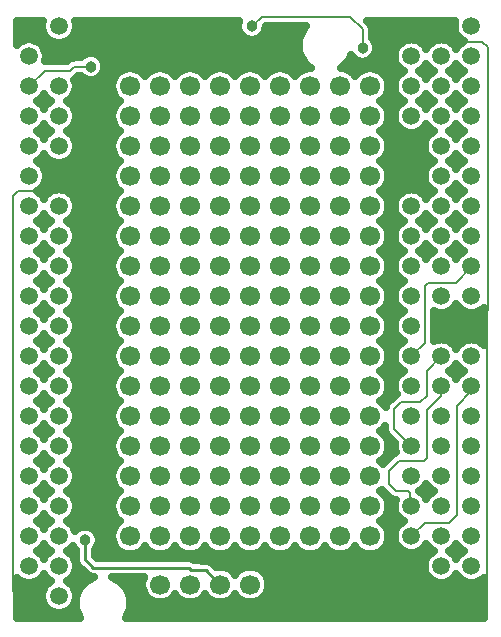
<source format=gbr>
G04 DipTrace 3.0.0.1*
G04 Bottom.gbr*
%MOIN*%
G04 #@! TF.FileFunction,Copper,L2,Bot*
G04 #@! TF.Part,Single*
G04 #@! TA.AperFunction,Conductor*
%ADD14C,0.008*%
G04 #@! TA.AperFunction,CopperBalancing*
%ADD16C,0.025*%
G04 #@! TA.AperFunction,Conductor*
%ADD17C,0.01*%
G04 #@! TA.AperFunction,ComponentPad*
%ADD18C,0.066929*%
%ADD19C,0.059055*%
%ADD20R,0.059055X0.059055*%
%ADD21C,0.059055*%
G04 #@! TA.AperFunction,ViaPad*
%ADD22C,0.038*%
%FSLAX26Y26*%
G04*
G70*
G90*
G75*
G01*
G04 Bottom*
%LPD*%
X1610630Y544095D2*
D14*
X1510630D1*
X1410630D1*
X1310630D1*
X1948032Y505118D2*
Y505906D1*
X1998425Y556299D1*
Y1354725D1*
X1948032Y1405118D1*
X1848032Y2405118D2*
Y2404331D1*
X1899213Y2353150D1*
X1985040D1*
X2001969Y2336221D1*
Y1459055D1*
X1948032Y1405118D1*
X1848032D2*
X1948032D1*
X1848032Y505118D2*
X1948032D1*
X473229D2*
X437008D1*
X420473Y521654D1*
Y1838977D1*
X435827Y1854331D1*
X522441D1*
X573229Y1905118D1*
X660236Y691732D2*
D17*
Y627559D1*
X687402Y600394D1*
X1006299D1*
X1014173Y592520D1*
X1062205D1*
X1110630Y544095D1*
X1585433Y2332677D2*
D14*
Y2394488D1*
X1542914Y2437008D1*
X1249213D1*
X1216536Y2404331D1*
X679134Y2270473D2*
X624803D1*
X611418Y2257087D1*
X525197D1*
X473229Y2205118D1*
X1948032Y1605118D2*
Y1603150D1*
X1895670Y1550788D1*
X1803544D1*
X1791732Y1538977D1*
Y1348819D1*
X1748032Y1305118D1*
X1848032D2*
X1847244D1*
X1798425Y1256299D1*
Y1172441D1*
X1777559Y1151575D1*
X1714961D1*
X1691339Y1127953D1*
Y1061811D1*
X1748032Y1005118D1*
X1848032Y1205118D2*
Y1173622D1*
X1800000Y1125591D1*
Y965748D1*
X1789370Y955118D1*
X1705512D1*
X1674016Y923622D1*
Y878347D1*
X1695276Y857087D1*
X1737008D1*
X1744488Y849607D1*
Y808662D1*
X1748032Y805118D1*
X1948032Y1205118D2*
Y1188189D1*
X1898819Y1138977D1*
Y775591D1*
X1873229Y750000D1*
X1792914D1*
X1748032Y705118D1*
D22*
X660236Y691732D3*
X1585433Y2332677D3*
X1216536Y2404331D3*
X679134Y2270473D3*
X434725Y2397261D2*
D16*
X515272D1*
X631210D2*
X1169081D1*
X1263973D2*
X1387636D1*
X1618319D2*
X1890077D1*
X434725Y2372393D2*
X525233D1*
X621200D2*
X1181630D1*
X1251425D2*
X1374257D1*
X1618417D2*
X1900038D1*
X512362Y2347524D2*
X1369276D1*
X1630966D2*
X1708925D1*
X1787167D2*
X1808925D1*
X1887167D2*
X1908925D1*
X528964Y2322655D2*
X1371229D1*
X1632333D2*
X1692323D1*
X531259Y2297786D2*
X608729D1*
X718026D2*
X1380604D1*
X1545370D2*
X1553721D1*
X1617147D2*
X1689979D1*
X727059Y2272918D2*
X1400819D1*
X1525155D2*
X1699696D1*
X721249Y2248049D2*
X766249D1*
X854989D2*
X866293D1*
X954989D2*
X966293D1*
X1054989D2*
X1066293D1*
X1154989D2*
X1166293D1*
X1254989D2*
X1266293D1*
X1354989D2*
X1366293D1*
X1554989D2*
X1566293D1*
X1654989D2*
X1709511D1*
X1786532D2*
X1809511D1*
X1886532D2*
X1909511D1*
X628768Y2223180D2*
X750966D1*
X1670321D2*
X1692518D1*
X631356Y2198311D2*
X748573D1*
X1672714D2*
X1689953D1*
X621932Y2173442D2*
X757216D1*
X1664022D2*
X1699305D1*
X511093Y2148574D2*
X535341D1*
X611093D2*
X766786D1*
X1654452D2*
X1710145D1*
X1785897D2*
X1810145D1*
X1885897D2*
X1910145D1*
X628573Y2123705D2*
X751112D1*
X1670126D2*
X1692665D1*
X631405Y2098836D2*
X748475D1*
X1672762D2*
X1689862D1*
X622274Y2073967D2*
X756874D1*
X1664364D2*
X1698964D1*
X510458Y2049099D2*
X536024D1*
X610458D2*
X767372D1*
X1653915D2*
X1810829D1*
X1885262D2*
X1910829D1*
X628378Y2024230D2*
X751307D1*
X1669979D2*
X1792860D1*
X631454Y1999361D2*
X748427D1*
X1672811D2*
X1789784D1*
X622665Y1974492D2*
X756581D1*
X1664706D2*
X1798622D1*
X509774Y1949624D2*
X563026D1*
X583431D2*
X767958D1*
X1653329D2*
X1811512D1*
X1884579D2*
X1911512D1*
X528182Y1924755D2*
X751454D1*
X1669784D2*
X1793055D1*
X531503Y1899886D2*
X748378D1*
X1672860D2*
X1789735D1*
X523007Y1875017D2*
X756288D1*
X1664999D2*
X1798280D1*
X509042Y1850149D2*
X537391D1*
X609042D2*
X768544D1*
X1652743D2*
X1712196D1*
X1783846D2*
X1812196D1*
X1883846D2*
X1912196D1*
X627987Y1825280D2*
X751649D1*
X1669589D2*
X1693251D1*
X631552Y1800411D2*
X748329D1*
X1672909D2*
X1689686D1*
X623300Y1775542D2*
X755946D1*
X1665292D2*
X1697938D1*
X508358Y1750673D2*
X538124D1*
X608358D2*
X769130D1*
X1652108D2*
X1712929D1*
X1783163D2*
X1812929D1*
X1883163D2*
X1912929D1*
X627792Y1725805D2*
X751845D1*
X1669393D2*
X1693446D1*
X631600Y1700936D2*
X748329D1*
X1672958D2*
X1689691D1*
X623641Y1676067D2*
X755653D1*
X1665585D2*
X1697645D1*
X507577Y1651198D2*
X538856D1*
X607577D2*
X769764D1*
X1651522D2*
X1713661D1*
X1782382D2*
X1813661D1*
X1882382D2*
X1913661D1*
X627596Y1626330D2*
X752040D1*
X1669198D2*
X1693690D1*
X631649Y1601461D2*
X748280D1*
X1673007D2*
X1689602D1*
X623934Y1576592D2*
X755409D1*
X1665878D2*
X1697304D1*
X506845Y1551723D2*
X539637D1*
X606845D2*
X770399D1*
X1650839D2*
X1714442D1*
X627352Y1526855D2*
X752235D1*
X1669003D2*
X1693886D1*
X631649Y1501986D2*
X748231D1*
X1673007D2*
X1689602D1*
X624276Y1477117D2*
X755116D1*
X1666171D2*
X1697011D1*
X506014Y1452248D2*
X540419D1*
X606014D2*
X771034D1*
X1650204D2*
X1715223D1*
X1869052D2*
X1926991D1*
X1969052D2*
X1986561D1*
X627157Y1427380D2*
X752430D1*
X1668807D2*
X1694130D1*
X1824716D2*
X1986561D1*
X631698Y1402511D2*
X748231D1*
X1673055D2*
X1689607D1*
X1824716D2*
X1986561D1*
X624569Y1377642D2*
X754823D1*
X1666415D2*
X1696718D1*
X1824716D2*
X1986561D1*
X505184Y1352773D2*
X541249D1*
X605184D2*
X771718D1*
X1649520D2*
X1716054D1*
X1879989D2*
X1916054D1*
X626913Y1327904D2*
X752675D1*
X1668612D2*
X1694325D1*
X631698Y1303036D2*
X748182D1*
X1673055D2*
X1689513D1*
X624862Y1278167D2*
X754579D1*
X1666708D2*
X1696425D1*
X504305Y1253298D2*
X542128D1*
X604305D2*
X772450D1*
X1648837D2*
X1716932D1*
X1879110D2*
X1916932D1*
X626669Y1228429D2*
X752870D1*
X1668368D2*
X1694569D1*
X631747Y1203561D2*
X748182D1*
X1673055D2*
X1689513D1*
X625155Y1178692D2*
X754286D1*
X1666952D2*
X1696132D1*
X503427Y1153823D2*
X543055D1*
X603427D2*
X773134D1*
X1648104D2*
X1671571D1*
X626425Y1128954D2*
X753114D1*
X631747Y1104086D2*
X748182D1*
X625399Y1079217D2*
X754042D1*
X502499Y1054348D2*
X543983D1*
X602499D2*
X773915D1*
X1647372D2*
X1659296D1*
X626180Y1029479D2*
X753358D1*
X1667929D2*
X1678030D1*
X631747Y1004610D2*
X748182D1*
X1673104D2*
X1689518D1*
X625692Y979742D2*
X753798D1*
X1667440D2*
X1684999D1*
X501473Y954873D2*
X544960D1*
X601473D2*
X774647D1*
X1646591D2*
X1659657D1*
X625936Y930004D2*
X753554D1*
X631747Y905135D2*
X748182D1*
X625936Y880267D2*
X753554D1*
X501571Y855398D2*
X544911D1*
X601571D2*
X774598D1*
X1776913D2*
X1819716D1*
X625643Y830529D2*
X753798D1*
X1667440D2*
X1677779D1*
X631747Y805660D2*
X748182D1*
X1673104D2*
X1689518D1*
X626180Y780792D2*
X753309D1*
X1667929D2*
X1695057D1*
X502548Y755923D2*
X543934D1*
X602548D2*
X773866D1*
X1647421D2*
X1718739D1*
X625399Y731054D2*
X634834D1*
X685653D2*
X754042D1*
X1667196D2*
X1695887D1*
X705868Y706185D2*
X748182D1*
X1673104D2*
X1689518D1*
X707040Y681317D2*
X753114D1*
X1668173D2*
X1694813D1*
X503475Y656448D2*
X542958D1*
X603475D2*
X626259D1*
X694247D2*
X773085D1*
X848153D2*
X873085D1*
X948153D2*
X973085D1*
X1048153D2*
X1073085D1*
X1148153D2*
X1173085D1*
X1248153D2*
X1273085D1*
X1348153D2*
X1373085D1*
X1448153D2*
X1473085D1*
X1548153D2*
X1573085D1*
X1648153D2*
X1717762D1*
X1778280D2*
X1817762D1*
X1878280D2*
X1917762D1*
X1013241Y631579D2*
X1796132D1*
X1095077Y606710D2*
X1789540D1*
X626669Y581841D2*
X658925D1*
X1259725D2*
X1794569D1*
X504403Y556973D2*
X542079D1*
X604403D2*
X664393D1*
X775790D2*
X849550D1*
X1271688D2*
X1816884D1*
X1879208D2*
X1916884D1*
X434725Y532104D2*
X521620D1*
X624813D2*
X640758D1*
X799423D2*
X849354D1*
X1271884D2*
X1986561D1*
X434725Y507235D2*
X514735D1*
X810604D2*
X860829D1*
X1260409D2*
X1986561D1*
X434725Y482366D2*
X519520D1*
X813973D2*
X1986561D1*
X434725Y457498D2*
X541200D1*
X605233D2*
X629725D1*
X810409D2*
X1986561D1*
X434725Y432629D2*
X641151D1*
X799032D2*
X1986561D1*
X1547535Y2307502D2*
X1544405Y2300644D1*
X1536913Y2288419D1*
X1527602Y2277517D1*
X1516699Y2268205D1*
X1512015Y2265076D1*
X1520011Y2264345D1*
X1529160Y2262148D1*
X1537853Y2258547D1*
X1545876Y2253631D1*
X1553031Y2247520D1*
X1559142Y2240365D1*
X1560604Y2238178D1*
X1565033Y2244062D1*
X1571686Y2250716D1*
X1579299Y2256247D1*
X1587683Y2260518D1*
X1596632Y2263426D1*
X1605925Y2264898D1*
X1615335D1*
X1624629Y2263426D1*
X1633578Y2260518D1*
X1641962Y2256247D1*
X1649574Y2250716D1*
X1656228Y2244062D1*
X1661758Y2236450D1*
X1666030Y2228066D1*
X1668938Y2219117D1*
X1670410Y2209823D1*
Y2200414D1*
X1668938Y2191120D1*
X1666030Y2182171D1*
X1661758Y2173787D1*
X1656228Y2166174D1*
X1649574Y2159521D1*
X1643690Y2155145D1*
X1649574Y2150716D1*
X1656228Y2144062D1*
X1661758Y2136450D1*
X1666030Y2128066D1*
X1668938Y2119117D1*
X1670410Y2109823D1*
Y2100414D1*
X1668938Y2091120D1*
X1666030Y2082171D1*
X1661758Y2073787D1*
X1656228Y2066174D1*
X1649574Y2059521D1*
X1643690Y2055145D1*
X1649574Y2050716D1*
X1656228Y2044062D1*
X1661758Y2036450D1*
X1666030Y2028066D1*
X1668938Y2019117D1*
X1670410Y2009823D1*
Y2000414D1*
X1668938Y1991120D1*
X1666030Y1982171D1*
X1661758Y1973787D1*
X1656228Y1966174D1*
X1649574Y1959521D1*
X1643690Y1955145D1*
X1649574Y1950716D1*
X1656228Y1944062D1*
X1661758Y1936450D1*
X1666030Y1928066D1*
X1668938Y1919117D1*
X1670410Y1909823D1*
Y1900414D1*
X1668938Y1891120D1*
X1666030Y1882171D1*
X1661758Y1873787D1*
X1656228Y1866174D1*
X1649574Y1859521D1*
X1643690Y1855145D1*
X1649574Y1850716D1*
X1656228Y1844062D1*
X1661758Y1836450D1*
X1666030Y1828066D1*
X1668938Y1819117D1*
X1670410Y1809823D1*
Y1800414D1*
X1668938Y1791120D1*
X1666030Y1782171D1*
X1661758Y1773787D1*
X1656228Y1766174D1*
X1649574Y1759521D1*
X1643690Y1755145D1*
X1649574Y1750716D1*
X1656228Y1744062D1*
X1661758Y1736450D1*
X1666030Y1728066D1*
X1668938Y1719117D1*
X1670410Y1709823D1*
Y1700414D1*
X1668938Y1691120D1*
X1666030Y1682171D1*
X1661758Y1673787D1*
X1656228Y1666174D1*
X1649574Y1659521D1*
X1643690Y1655145D1*
X1649574Y1650716D1*
X1656228Y1644062D1*
X1661758Y1636450D1*
X1666030Y1628066D1*
X1668938Y1619117D1*
X1670410Y1609823D1*
Y1600414D1*
X1668938Y1591120D1*
X1666030Y1582171D1*
X1661758Y1573787D1*
X1656228Y1566174D1*
X1649574Y1559521D1*
X1643690Y1555145D1*
X1649574Y1550716D1*
X1656228Y1544062D1*
X1661758Y1536450D1*
X1666030Y1528066D1*
X1668938Y1519117D1*
X1670410Y1509823D1*
Y1500414D1*
X1668938Y1491120D1*
X1666030Y1482171D1*
X1661758Y1473787D1*
X1656228Y1466174D1*
X1649574Y1459521D1*
X1643690Y1455145D1*
X1649574Y1450716D1*
X1656228Y1444062D1*
X1661758Y1436450D1*
X1666030Y1428066D1*
X1668938Y1419117D1*
X1670410Y1409823D1*
Y1400414D1*
X1668938Y1391120D1*
X1666030Y1382171D1*
X1661758Y1373787D1*
X1656228Y1366174D1*
X1649574Y1359521D1*
X1643690Y1355145D1*
X1649574Y1350716D1*
X1656228Y1344062D1*
X1661758Y1336450D1*
X1666030Y1328066D1*
X1668938Y1319117D1*
X1670410Y1309823D1*
Y1300414D1*
X1668938Y1291120D1*
X1666030Y1282171D1*
X1661758Y1273787D1*
X1656228Y1266174D1*
X1649574Y1259521D1*
X1643690Y1255145D1*
X1649574Y1250716D1*
X1656228Y1244062D1*
X1661758Y1236450D1*
X1666030Y1228066D1*
X1668938Y1219117D1*
X1670410Y1209823D1*
Y1200414D1*
X1668938Y1191120D1*
X1666030Y1182171D1*
X1661758Y1173787D1*
X1656228Y1166174D1*
X1649574Y1159521D1*
X1643690Y1155145D1*
X1649574Y1150716D1*
X1656228Y1144062D1*
X1661947Y1136113D1*
X1664163Y1141800D1*
X1668146Y1147761D1*
X1695153Y1174767D1*
X1699033Y1177585D1*
X1694746Y1187805D1*
X1692694Y1196354D1*
X1692004Y1205118D1*
X1692694Y1213883D1*
X1694746Y1222432D1*
X1698111Y1230554D1*
X1702704Y1238050D1*
X1708414Y1244736D1*
X1715100Y1250446D1*
X1722767Y1255118D1*
X1715100Y1259791D1*
X1708414Y1265501D1*
X1702704Y1272186D1*
X1698111Y1279682D1*
X1694746Y1287805D1*
X1692694Y1296354D1*
X1692004Y1305118D1*
X1692694Y1313883D1*
X1694746Y1322432D1*
X1698111Y1330554D1*
X1702704Y1338050D1*
X1708414Y1344736D1*
X1715100Y1350446D1*
X1722767Y1355118D1*
X1715100Y1359791D1*
X1708414Y1365501D1*
X1702704Y1372186D1*
X1698111Y1379682D1*
X1694746Y1387805D1*
X1692694Y1396354D1*
X1692004Y1405118D1*
X1692694Y1413883D1*
X1694746Y1422432D1*
X1698111Y1430554D1*
X1702704Y1438050D1*
X1708414Y1444736D1*
X1715100Y1450446D1*
X1722767Y1455118D1*
X1715100Y1459791D1*
X1708414Y1465501D1*
X1702704Y1472186D1*
X1698111Y1479682D1*
X1694746Y1487805D1*
X1692694Y1496354D1*
X1692004Y1505118D1*
X1692694Y1513883D1*
X1694746Y1522432D1*
X1698111Y1530554D1*
X1702704Y1538050D1*
X1708414Y1544736D1*
X1715100Y1550446D1*
X1722767Y1555118D1*
X1715100Y1559791D1*
X1708414Y1565501D1*
X1702704Y1572186D1*
X1698111Y1579682D1*
X1694746Y1587805D1*
X1692694Y1596354D1*
X1692004Y1605118D1*
X1692694Y1613883D1*
X1694746Y1622432D1*
X1698111Y1630554D1*
X1702704Y1638050D1*
X1708414Y1644736D1*
X1715100Y1650446D1*
X1722767Y1655118D1*
X1715100Y1659791D1*
X1708414Y1665501D1*
X1702704Y1672186D1*
X1698111Y1679682D1*
X1694746Y1687805D1*
X1692694Y1696354D1*
X1692004Y1705118D1*
X1692694Y1713883D1*
X1694746Y1722432D1*
X1698111Y1730554D1*
X1702704Y1738050D1*
X1708414Y1744736D1*
X1715100Y1750446D1*
X1722767Y1755118D1*
X1715100Y1759791D1*
X1708414Y1765501D1*
X1702704Y1772186D1*
X1698111Y1779682D1*
X1694746Y1787805D1*
X1692694Y1796354D1*
X1692004Y1805118D1*
X1692694Y1813883D1*
X1694746Y1822432D1*
X1698111Y1830554D1*
X1702704Y1838050D1*
X1708414Y1844736D1*
X1715100Y1850446D1*
X1722596Y1855039D1*
X1730718Y1858404D1*
X1739267Y1860456D1*
X1748032Y1861146D1*
X1756796Y1860456D1*
X1765345Y1858404D1*
X1773468Y1855039D1*
X1780964Y1850446D1*
X1787649Y1844736D1*
X1793359Y1838050D1*
X1798032Y1830383D1*
X1802704Y1838050D1*
X1808414Y1844736D1*
X1815100Y1850446D1*
X1822767Y1855118D1*
X1815100Y1859791D1*
X1808414Y1865501D1*
X1802704Y1872186D1*
X1798111Y1879682D1*
X1794746Y1887805D1*
X1792694Y1896354D1*
X1792004Y1905118D1*
X1792694Y1913883D1*
X1794746Y1922432D1*
X1798111Y1930554D1*
X1802704Y1938050D1*
X1808414Y1944736D1*
X1815100Y1950446D1*
X1822767Y1955118D1*
X1815100Y1959791D1*
X1808414Y1965501D1*
X1802704Y1972186D1*
X1798111Y1979682D1*
X1794746Y1987805D1*
X1792694Y1996354D1*
X1792004Y2005118D1*
X1792694Y2013883D1*
X1794746Y2022432D1*
X1798111Y2030554D1*
X1802704Y2038050D1*
X1808414Y2044736D1*
X1815100Y2050446D1*
X1822767Y2055118D1*
X1815100Y2059791D1*
X1808414Y2065501D1*
X1802704Y2072186D1*
X1798032Y2079854D1*
X1793359Y2072186D1*
X1787649Y2065501D1*
X1780964Y2059791D1*
X1773468Y2055197D1*
X1765345Y2051833D1*
X1756796Y2049781D1*
X1748032Y2049091D1*
X1739267Y2049781D1*
X1730718Y2051833D1*
X1722596Y2055197D1*
X1715100Y2059791D1*
X1708414Y2065501D1*
X1702704Y2072186D1*
X1698111Y2079682D1*
X1694746Y2087805D1*
X1692694Y2096354D1*
X1692004Y2105118D1*
X1692694Y2113883D1*
X1694746Y2122432D1*
X1698111Y2130554D1*
X1702704Y2138050D1*
X1708414Y2144736D1*
X1715100Y2150446D1*
X1722767Y2155118D1*
X1715100Y2159791D1*
X1708414Y2165501D1*
X1702704Y2172186D1*
X1698111Y2179682D1*
X1694746Y2187805D1*
X1692694Y2196354D1*
X1692004Y2205118D1*
X1692694Y2213883D1*
X1694746Y2222432D1*
X1698111Y2230554D1*
X1702704Y2238050D1*
X1708414Y2244736D1*
X1715100Y2250446D1*
X1722767Y2255118D1*
X1715100Y2259791D1*
X1708414Y2265501D1*
X1702704Y2272186D1*
X1698111Y2279682D1*
X1694746Y2287805D1*
X1692694Y2296354D1*
X1692004Y2305118D1*
X1692694Y2313883D1*
X1694746Y2322432D1*
X1698111Y2330554D1*
X1702704Y2338050D1*
X1708414Y2344736D1*
X1715100Y2350446D1*
X1722596Y2355039D1*
X1730718Y2358404D1*
X1739267Y2360456D1*
X1748032Y2361146D1*
X1756796Y2360456D1*
X1765345Y2358404D1*
X1773468Y2355039D1*
X1780964Y2350446D1*
X1787649Y2344736D1*
X1793359Y2338050D1*
X1798032Y2330383D1*
X1802704Y2338050D1*
X1808414Y2344736D1*
X1815100Y2350446D1*
X1822596Y2355039D1*
X1830718Y2358404D1*
X1839267Y2360456D1*
X1848032Y2361146D1*
X1856796Y2360456D1*
X1865345Y2358404D1*
X1873468Y2355039D1*
X1880964Y2350446D1*
X1887649Y2344736D1*
X1893359Y2338050D1*
X1898032Y2330383D1*
X1902704Y2338050D1*
X1908414Y2344736D1*
X1915100Y2350446D1*
X1922767Y2355118D1*
X1915100Y2359791D1*
X1908414Y2365501D1*
X1902704Y2372186D1*
X1898111Y2379682D1*
X1894746Y2387805D1*
X1892694Y2396354D1*
X1892004Y2405118D1*
X1892694Y2413883D1*
X1894658Y2422118D1*
X1600925Y2422130D1*
X1610108Y2412416D1*
X1613612Y2406160D1*
X1615558Y2399260D1*
X1615933Y2394488D1*
Y2366412D1*
X1620032Y2362227D1*
X1624228Y2356451D1*
X1627470Y2350089D1*
X1629676Y2343299D1*
X1630793Y2336247D1*
Y2329107D1*
X1629676Y2322056D1*
X1627470Y2315265D1*
X1624228Y2308904D1*
X1620032Y2303127D1*
X1614983Y2298079D1*
X1609207Y2293882D1*
X1602845Y2290641D1*
X1596055Y2288435D1*
X1589003Y2287318D1*
X1581863D1*
X1574812Y2288435D1*
X1568021Y2290641D1*
X1561660Y2293882D1*
X1555883Y2298079D1*
X1550835Y2303127D1*
X1547561Y2307523D1*
X1414109Y2264982D2*
X1403651Y2272647D1*
X1393513Y2282785D1*
X1385085Y2294385D1*
X1378576Y2307160D1*
X1374146Y2320796D1*
X1371903Y2334957D1*
Y2349295D1*
X1374146Y2363456D1*
X1378576Y2377093D1*
X1385085Y2389868D1*
X1393513Y2401467D1*
X1398174Y2406509D1*
X1262005Y2406508D1*
X1261475Y2397213D1*
X1259809Y2390271D1*
X1257076Y2383674D1*
X1253346Y2377587D1*
X1248709Y2372158D1*
X1243280Y2367521D1*
X1237192Y2363790D1*
X1230596Y2361058D1*
X1223653Y2359391D1*
X1216536Y2358831D1*
X1209418Y2359391D1*
X1202475Y2361058D1*
X1195879Y2363790D1*
X1189791Y2367521D1*
X1184362Y2372158D1*
X1179725Y2377587D1*
X1175995Y2383674D1*
X1173263Y2390271D1*
X1171596Y2397213D1*
X1171036Y2404331D1*
X1171596Y2411449D1*
X1173263Y2418391D1*
X1174680Y2422136D1*
X626608Y2422130D1*
X628566Y2413883D1*
X629256Y2405118D1*
X628566Y2396354D1*
X626514Y2387805D1*
X623149Y2379682D1*
X618556Y2372186D1*
X612846Y2365501D1*
X606161Y2359791D1*
X598665Y2355197D1*
X590542Y2351833D1*
X581993Y2349781D1*
X573229Y2349091D1*
X564464Y2349781D1*
X555915Y2351833D1*
X547793Y2355197D1*
X540296Y2359791D1*
X533611Y2365501D1*
X527901Y2372186D1*
X523308Y2379682D1*
X519943Y2387805D1*
X517891Y2396354D1*
X517201Y2405118D1*
X517891Y2413883D1*
X519855Y2422118D1*
X432175Y2422130D1*
X432201Y2343273D1*
X436842Y2347722D1*
X443954Y2352890D1*
X451788Y2356881D1*
X460149Y2359598D1*
X468833Y2360973D1*
X477624D1*
X486308Y2359598D1*
X494669Y2356881D1*
X502503Y2352890D1*
X509616Y2347722D1*
X515832Y2341505D1*
X521000Y2334393D1*
X524991Y2326559D1*
X527708Y2318198D1*
X529083Y2309514D1*
Y2300722D1*
X527708Y2292039D1*
X526437Y2287595D1*
X598781Y2287587D1*
X606876Y2295148D1*
X613131Y2298651D1*
X620032Y2300597D1*
X624803Y2300973D1*
X645360D1*
X649584Y2305071D1*
X655360Y2309268D1*
X661722Y2312509D1*
X668512Y2314715D1*
X675564Y2315832D1*
X682704D1*
X689756Y2314715D1*
X696546Y2312509D1*
X702908Y2309268D1*
X708684Y2305071D1*
X713733Y2300023D1*
X717929Y2294246D1*
X721171Y2287885D1*
X723377Y2281094D1*
X724494Y2274043D1*
Y2266903D1*
X723377Y2259851D1*
X721171Y2253061D1*
X717929Y2246699D1*
X713733Y2240923D1*
X708684Y2235874D1*
X702908Y2231678D1*
X696546Y2228436D1*
X689756Y2226230D1*
X682704Y2225113D1*
X675564D1*
X668512Y2226230D1*
X661722Y2228436D1*
X655360Y2231678D1*
X649584Y2235874D1*
X645417Y2239970D1*
X637484Y2239973D1*
X629345Y2232412D1*
X625256Y2229907D1*
X624991Y2226559D1*
X627708Y2218198D1*
X629083Y2209514D1*
Y2200722D1*
X627708Y2192039D1*
X624991Y2183678D1*
X621000Y2175844D1*
X615832Y2168731D1*
X609616Y2162515D1*
X602503Y2157347D1*
X598665Y2155039D1*
X606161Y2150446D1*
X612846Y2144736D1*
X618556Y2138050D1*
X623149Y2130554D1*
X626514Y2122432D1*
X628566Y2113883D1*
X629256Y2105118D1*
X628566Y2096354D1*
X626514Y2087805D1*
X623149Y2079682D1*
X618556Y2072186D1*
X612846Y2065501D1*
X606161Y2059791D1*
X598493Y2055118D1*
X606161Y2050446D1*
X612846Y2044736D1*
X618556Y2038050D1*
X623149Y2030554D1*
X626514Y2022432D1*
X628566Y2013883D1*
X629256Y2005118D1*
X628566Y1996354D1*
X626514Y1987805D1*
X623149Y1979682D1*
X618556Y1972186D1*
X612846Y1965501D1*
X606161Y1959791D1*
X598665Y1955197D1*
X590542Y1951833D1*
X581993Y1949781D1*
X573229Y1949091D1*
X564464Y1949781D1*
X555915Y1951833D1*
X547793Y1955197D1*
X540296Y1959791D1*
X533611Y1965501D1*
X527901Y1972186D1*
X523228Y1979854D1*
X518556Y1972186D1*
X512846Y1965501D1*
X506161Y1959791D1*
X498493Y1955118D1*
X506161Y1950446D1*
X512846Y1944736D1*
X518556Y1938050D1*
X523149Y1930554D1*
X526514Y1922432D1*
X528566Y1913883D1*
X529256Y1905118D1*
X528566Y1896354D1*
X526514Y1887805D1*
X523149Y1879682D1*
X518556Y1872186D1*
X512846Y1865501D1*
X506161Y1859791D1*
X498493Y1855118D1*
X506161Y1850446D1*
X512846Y1844736D1*
X518556Y1838050D1*
X523229Y1830383D1*
X527901Y1838050D1*
X533611Y1844736D1*
X540296Y1850446D1*
X547793Y1855039D1*
X555915Y1858404D1*
X564464Y1860456D1*
X573229Y1861146D1*
X581993Y1860456D1*
X590542Y1858404D1*
X598665Y1855039D1*
X606161Y1850446D1*
X612846Y1844736D1*
X618556Y1838050D1*
X623149Y1830554D1*
X626514Y1822432D1*
X628566Y1813883D1*
X629256Y1805118D1*
X628566Y1796354D1*
X626514Y1787805D1*
X623149Y1779682D1*
X618556Y1772186D1*
X612846Y1765501D1*
X606161Y1759791D1*
X598493Y1755118D1*
X606161Y1750446D1*
X612846Y1744736D1*
X618556Y1738050D1*
X623149Y1730554D1*
X626514Y1722432D1*
X628566Y1713883D1*
X629256Y1705118D1*
X628566Y1696354D1*
X626514Y1687805D1*
X623149Y1679682D1*
X618556Y1672186D1*
X612846Y1665501D1*
X606161Y1659791D1*
X598493Y1655118D1*
X606161Y1650446D1*
X612846Y1644736D1*
X618556Y1638050D1*
X623149Y1630554D1*
X626514Y1622432D1*
X628566Y1613883D1*
X629256Y1605118D1*
X628566Y1596354D1*
X626514Y1587805D1*
X623149Y1579682D1*
X618556Y1572186D1*
X612846Y1565501D1*
X606161Y1559791D1*
X598493Y1555118D1*
X606161Y1550446D1*
X612846Y1544736D1*
X618556Y1538050D1*
X623149Y1530554D1*
X626514Y1522432D1*
X628566Y1513883D1*
X629256Y1505118D1*
X628566Y1496354D1*
X626514Y1487805D1*
X623149Y1479682D1*
X618556Y1472186D1*
X612846Y1465501D1*
X606161Y1459791D1*
X598493Y1455118D1*
X606161Y1450446D1*
X612846Y1444736D1*
X618556Y1438050D1*
X623149Y1430554D1*
X626514Y1422432D1*
X628566Y1413883D1*
X629256Y1405118D1*
X628566Y1396354D1*
X626514Y1387805D1*
X623149Y1379682D1*
X618556Y1372186D1*
X612846Y1365501D1*
X606161Y1359791D1*
X598493Y1355118D1*
X606161Y1350446D1*
X612846Y1344736D1*
X618556Y1338050D1*
X623149Y1330554D1*
X626514Y1322432D1*
X628566Y1313883D1*
X629256Y1305118D1*
X628566Y1296354D1*
X626514Y1287805D1*
X623149Y1279682D1*
X618556Y1272186D1*
X612846Y1265501D1*
X606161Y1259791D1*
X598493Y1255118D1*
X606161Y1250446D1*
X612846Y1244736D1*
X618556Y1238050D1*
X623149Y1230554D1*
X626514Y1222432D1*
X628566Y1213883D1*
X629256Y1205118D1*
X628566Y1196354D1*
X626514Y1187805D1*
X623149Y1179682D1*
X618556Y1172186D1*
X612846Y1165501D1*
X606161Y1159791D1*
X598493Y1155118D1*
X606161Y1150446D1*
X612846Y1144736D1*
X618556Y1138050D1*
X623149Y1130554D1*
X626514Y1122432D1*
X628566Y1113883D1*
X629256Y1105118D1*
X628566Y1096354D1*
X626514Y1087805D1*
X623149Y1079682D1*
X618556Y1072186D1*
X612846Y1065501D1*
X606161Y1059791D1*
X598493Y1055118D1*
X606161Y1050446D1*
X612846Y1044736D1*
X618556Y1038050D1*
X623149Y1030554D1*
X626514Y1022432D1*
X628566Y1013883D1*
X629256Y1005118D1*
X628566Y996354D1*
X626514Y987805D1*
X623149Y979682D1*
X618556Y972186D1*
X612846Y965501D1*
X606161Y959791D1*
X598493Y955118D1*
X606161Y950446D1*
X612846Y944736D1*
X618556Y938050D1*
X623149Y930554D1*
X626514Y922432D1*
X628566Y913883D1*
X629256Y905118D1*
X628566Y896354D1*
X626514Y887805D1*
X623149Y879682D1*
X618556Y872186D1*
X612846Y865501D1*
X606161Y859791D1*
X598493Y855118D1*
X606161Y850446D1*
X612846Y844736D1*
X618556Y838050D1*
X623149Y830554D1*
X626514Y822432D1*
X628566Y813883D1*
X629256Y805118D1*
X628566Y796354D1*
X626514Y787805D1*
X623149Y779682D1*
X618556Y772186D1*
X612846Y765501D1*
X606161Y759791D1*
X598493Y755118D1*
X606161Y750446D1*
X612846Y744736D1*
X618556Y738050D1*
X623149Y730554D1*
X626547Y722316D1*
X633492Y728543D1*
X639580Y732273D1*
X646176Y735006D1*
X653119Y736672D1*
X660236Y737232D1*
X667354Y736672D1*
X674297Y735006D1*
X680893Y732273D1*
X686981Y728543D1*
X692410Y723906D1*
X697047Y718477D1*
X700777Y712389D1*
X703510Y705793D1*
X705176Y698850D1*
X705736Y691732D1*
X705176Y684615D1*
X703510Y677672D1*
X700777Y671076D1*
X697047Y664988D1*
X691744Y658943D1*
X691736Y640609D1*
X700430Y631914D1*
X1008771Y631797D1*
X1016033Y630352D1*
X1022758Y627252D1*
X1026764Y624340D1*
X1062205Y624020D1*
X1069558Y623150D1*
X1076506Y620587D1*
X1082663Y616473D1*
X1096805Y602468D1*
X1105925Y603874D1*
X1115335D1*
X1124629Y602402D1*
X1133578Y599495D1*
X1141962Y595223D1*
X1149574Y589692D1*
X1156228Y583039D1*
X1160604Y577154D1*
X1165033Y583039D1*
X1171686Y589692D1*
X1179299Y595223D1*
X1187683Y599495D1*
X1196632Y602402D1*
X1205925Y603874D1*
X1215335D1*
X1224629Y602402D1*
X1233578Y599495D1*
X1241962Y595223D1*
X1249574Y589692D1*
X1256228Y583039D1*
X1261758Y575426D1*
X1266030Y567042D1*
X1268938Y558093D1*
X1270410Y548799D1*
Y539390D1*
X1268938Y530096D1*
X1266030Y521147D1*
X1261758Y512763D1*
X1256228Y505151D1*
X1249574Y498497D1*
X1241962Y492967D1*
X1233578Y488695D1*
X1224629Y485787D1*
X1215335Y484315D1*
X1205925D1*
X1196632Y485787D1*
X1187683Y488695D1*
X1179299Y492967D1*
X1171686Y498497D1*
X1165033Y505151D1*
X1160657Y511035D1*
X1156228Y505151D1*
X1149574Y498497D1*
X1141962Y492967D1*
X1133578Y488695D1*
X1124629Y485787D1*
X1115335Y484315D1*
X1105925D1*
X1096632Y485787D1*
X1087683Y488695D1*
X1079299Y492967D1*
X1071686Y498497D1*
X1065033Y505151D1*
X1060657Y511035D1*
X1056228Y505151D1*
X1049574Y498497D1*
X1041962Y492967D1*
X1033578Y488695D1*
X1024629Y485787D1*
X1015335Y484315D1*
X1005925D1*
X996632Y485787D1*
X987683Y488695D1*
X979299Y492967D1*
X971686Y498497D1*
X965033Y505151D1*
X960657Y511035D1*
X956228Y505151D1*
X949574Y498497D1*
X941962Y492967D1*
X933578Y488695D1*
X924629Y485787D1*
X915335Y484315D1*
X905925D1*
X896632Y485787D1*
X887683Y488695D1*
X879299Y492967D1*
X871686Y498497D1*
X865033Y505151D1*
X859502Y512763D1*
X855230Y521147D1*
X852322Y530096D1*
X850850Y539390D1*
Y548799D1*
X852322Y558093D1*
X855230Y567042D1*
X856085Y568896D1*
X750294Y568894D1*
X761561Y564090D1*
X773786Y556598D1*
X784688Y547287D1*
X794000Y536384D1*
X801491Y524159D1*
X806978Y510913D1*
X810325Y496971D1*
X811450Y482677D1*
X810325Y468384D1*
X806978Y454442D1*
X801491Y441196D1*
X796164Y432210D1*
X1989086Y432201D1*
X1989059Y566918D1*
X1980964Y559791D1*
X1973468Y555197D1*
X1965345Y551833D1*
X1956796Y549781D1*
X1948032Y549091D1*
X1939267Y549781D1*
X1930718Y551833D1*
X1922596Y555197D1*
X1915100Y559791D1*
X1908414Y565501D1*
X1902704Y572186D1*
X1898032Y579854D1*
X1893359Y572186D1*
X1887649Y565501D1*
X1880964Y559791D1*
X1873468Y555197D1*
X1865345Y551833D1*
X1856796Y549781D1*
X1848032Y549091D1*
X1839267Y549781D1*
X1830718Y551833D1*
X1822596Y555197D1*
X1815100Y559791D1*
X1808414Y565501D1*
X1802704Y572186D1*
X1798111Y579682D1*
X1794746Y587805D1*
X1792694Y596354D1*
X1792004Y605118D1*
X1792694Y613883D1*
X1794746Y622432D1*
X1798111Y630554D1*
X1802704Y638050D1*
X1808414Y644736D1*
X1815100Y650446D1*
X1822767Y655118D1*
X1815100Y659791D1*
X1808414Y665501D1*
X1802704Y672186D1*
X1798032Y679854D1*
X1793359Y672186D1*
X1787649Y665501D1*
X1780964Y659791D1*
X1773468Y655197D1*
X1765345Y651833D1*
X1756796Y649781D1*
X1748032Y649091D1*
X1739267Y649781D1*
X1730718Y651833D1*
X1722596Y655197D1*
X1715100Y659791D1*
X1708414Y665501D1*
X1702704Y672186D1*
X1698111Y679682D1*
X1694746Y687805D1*
X1692694Y696354D1*
X1692004Y705118D1*
X1692694Y713883D1*
X1694746Y722432D1*
X1698111Y730554D1*
X1702704Y738050D1*
X1708414Y744736D1*
X1715100Y750446D1*
X1722767Y755118D1*
X1715100Y759791D1*
X1708414Y765501D1*
X1702704Y772186D1*
X1698111Y779682D1*
X1694746Y787805D1*
X1692694Y796354D1*
X1692004Y805118D1*
X1692694Y813883D1*
X1694746Y822432D1*
X1696276Y826575D1*
X1690505Y826962D1*
X1683604Y828908D1*
X1677348Y832412D1*
X1673709Y835520D1*
X1649574Y859521D1*
X1643690Y855145D1*
X1649574Y850716D1*
X1656228Y844062D1*
X1661758Y836450D1*
X1666030Y828066D1*
X1668938Y819117D1*
X1670410Y809823D1*
Y800414D1*
X1668938Y791120D1*
X1666030Y782171D1*
X1661758Y773787D1*
X1656228Y766174D1*
X1649574Y759521D1*
X1643690Y755145D1*
X1649574Y750716D1*
X1656228Y744062D1*
X1661758Y736450D1*
X1666030Y728066D1*
X1668938Y719117D1*
X1670410Y709823D1*
Y700414D1*
X1668938Y691120D1*
X1666030Y682171D1*
X1661758Y673787D1*
X1656228Y666174D1*
X1649574Y659521D1*
X1641962Y653990D1*
X1633578Y649718D1*
X1624629Y646811D1*
X1615335Y645339D1*
X1605925D1*
X1596632Y646811D1*
X1587683Y649718D1*
X1579299Y653990D1*
X1571686Y659521D1*
X1565033Y666174D1*
X1560657Y672059D1*
X1556228Y666174D1*
X1549574Y659521D1*
X1541962Y653990D1*
X1533578Y649718D1*
X1524629Y646811D1*
X1515335Y645339D1*
X1505925D1*
X1496632Y646811D1*
X1487683Y649718D1*
X1479299Y653990D1*
X1471686Y659521D1*
X1465033Y666174D1*
X1460657Y672059D1*
X1456228Y666174D1*
X1449574Y659521D1*
X1441962Y653990D1*
X1433578Y649718D1*
X1424629Y646811D1*
X1415335Y645339D1*
X1405925D1*
X1396632Y646811D1*
X1387683Y649718D1*
X1379299Y653990D1*
X1371686Y659521D1*
X1365033Y666174D1*
X1360657Y672059D1*
X1356228Y666174D1*
X1349574Y659521D1*
X1341962Y653990D1*
X1333578Y649718D1*
X1324629Y646811D1*
X1315335Y645339D1*
X1305925D1*
X1296632Y646811D1*
X1287683Y649718D1*
X1279299Y653990D1*
X1271686Y659521D1*
X1265033Y666174D1*
X1260657Y672059D1*
X1256228Y666174D1*
X1249574Y659521D1*
X1241962Y653990D1*
X1233578Y649718D1*
X1224629Y646811D1*
X1215335Y645339D1*
X1205925D1*
X1196632Y646811D1*
X1187683Y649718D1*
X1179299Y653990D1*
X1171686Y659521D1*
X1165033Y666174D1*
X1160657Y672059D1*
X1156228Y666174D1*
X1149574Y659521D1*
X1141962Y653990D1*
X1133578Y649718D1*
X1124629Y646811D1*
X1115335Y645339D1*
X1105925D1*
X1096632Y646811D1*
X1087683Y649718D1*
X1079299Y653990D1*
X1071686Y659521D1*
X1065033Y666174D1*
X1060657Y672059D1*
X1056228Y666174D1*
X1049574Y659521D1*
X1041962Y653990D1*
X1033578Y649718D1*
X1024629Y646811D1*
X1015335Y645339D1*
X1005925D1*
X996632Y646811D1*
X987683Y649718D1*
X979299Y653990D1*
X971686Y659521D1*
X965033Y666174D1*
X960657Y672059D1*
X956228Y666174D1*
X949574Y659521D1*
X941962Y653990D1*
X933578Y649718D1*
X924629Y646811D1*
X915335Y645339D1*
X905925D1*
X896632Y646811D1*
X887683Y649718D1*
X879299Y653990D1*
X871686Y659521D1*
X865033Y666174D1*
X860657Y672059D1*
X856228Y666174D1*
X849574Y659521D1*
X841962Y653990D1*
X833578Y649718D1*
X824629Y646811D1*
X815335Y645339D1*
X805925D1*
X796632Y646811D1*
X787683Y649718D1*
X779299Y653990D1*
X771686Y659521D1*
X765033Y666174D1*
X759502Y673787D1*
X755230Y682171D1*
X752322Y691120D1*
X750850Y700414D1*
Y709823D1*
X752322Y719117D1*
X755230Y728066D1*
X759502Y736450D1*
X765033Y744062D1*
X771686Y750716D1*
X777571Y755092D1*
X771686Y759521D1*
X765033Y766174D1*
X759502Y773787D1*
X755230Y782171D1*
X752322Y791120D1*
X750850Y800414D1*
Y809823D1*
X752322Y819117D1*
X755230Y828066D1*
X759502Y836450D1*
X765033Y844062D1*
X771686Y850716D1*
X777571Y855092D1*
X771686Y859521D1*
X765033Y866174D1*
X759502Y873787D1*
X755230Y882171D1*
X752322Y891120D1*
X750850Y900414D1*
Y909823D1*
X752322Y919117D1*
X755230Y928066D1*
X759502Y936450D1*
X765033Y944062D1*
X771686Y950716D1*
X777571Y955092D1*
X771686Y959521D1*
X765033Y966174D1*
X759502Y973787D1*
X755230Y982171D1*
X752322Y991120D1*
X750850Y1000414D1*
Y1009823D1*
X752322Y1019117D1*
X755230Y1028066D1*
X759502Y1036450D1*
X765033Y1044062D1*
X771686Y1050716D1*
X777571Y1055092D1*
X771686Y1059521D1*
X765033Y1066174D1*
X759502Y1073787D1*
X755230Y1082171D1*
X752322Y1091120D1*
X750850Y1100414D1*
Y1109823D1*
X752322Y1119117D1*
X755230Y1128066D1*
X759502Y1136450D1*
X765033Y1144062D1*
X771686Y1150716D1*
X777571Y1155092D1*
X771686Y1159521D1*
X765033Y1166174D1*
X759502Y1173787D1*
X755230Y1182171D1*
X752322Y1191120D1*
X750850Y1200414D1*
Y1209823D1*
X752322Y1219117D1*
X755230Y1228066D1*
X759502Y1236450D1*
X765033Y1244062D1*
X771686Y1250716D1*
X777571Y1255092D1*
X771686Y1259521D1*
X765033Y1266174D1*
X759502Y1273787D1*
X755230Y1282171D1*
X752322Y1291120D1*
X750850Y1300414D1*
Y1309823D1*
X752322Y1319117D1*
X755230Y1328066D1*
X759502Y1336450D1*
X765033Y1344062D1*
X771686Y1350716D1*
X777571Y1355092D1*
X771686Y1359521D1*
X765033Y1366174D1*
X759502Y1373787D1*
X755230Y1382171D1*
X752322Y1391120D1*
X750850Y1400414D1*
Y1409823D1*
X752322Y1419117D1*
X755230Y1428066D1*
X759502Y1436450D1*
X765033Y1444062D1*
X771686Y1450716D1*
X777571Y1455092D1*
X771686Y1459521D1*
X765033Y1466174D1*
X759502Y1473787D1*
X755230Y1482171D1*
X752322Y1491120D1*
X750850Y1500414D1*
Y1509823D1*
X752322Y1519117D1*
X755230Y1528066D1*
X759502Y1536450D1*
X765033Y1544062D1*
X771686Y1550716D1*
X777571Y1555092D1*
X771686Y1559521D1*
X765033Y1566174D1*
X759502Y1573787D1*
X755230Y1582171D1*
X752322Y1591120D1*
X750850Y1600414D1*
Y1609823D1*
X752322Y1619117D1*
X755230Y1628066D1*
X759502Y1636450D1*
X765033Y1644062D1*
X771686Y1650716D1*
X777571Y1655092D1*
X771686Y1659521D1*
X765033Y1666174D1*
X759502Y1673787D1*
X755230Y1682171D1*
X752322Y1691120D1*
X750850Y1700414D1*
Y1709823D1*
X752322Y1719117D1*
X755230Y1728066D1*
X759502Y1736450D1*
X765033Y1744062D1*
X771686Y1750716D1*
X777571Y1755092D1*
X771686Y1759521D1*
X765033Y1766174D1*
X759502Y1773787D1*
X755230Y1782171D1*
X752322Y1791120D1*
X750850Y1800414D1*
Y1809823D1*
X752322Y1819117D1*
X755230Y1828066D1*
X759502Y1836450D1*
X765033Y1844062D1*
X771686Y1850716D1*
X777571Y1855092D1*
X771686Y1859521D1*
X765033Y1866174D1*
X759502Y1873787D1*
X755230Y1882171D1*
X752322Y1891120D1*
X750850Y1900414D1*
Y1909823D1*
X752322Y1919117D1*
X755230Y1928066D1*
X759502Y1936450D1*
X765033Y1944062D1*
X771686Y1950716D1*
X777571Y1955092D1*
X771686Y1959521D1*
X765033Y1966174D1*
X759502Y1973787D1*
X755230Y1982171D1*
X752322Y1991120D1*
X750850Y2000414D1*
Y2009823D1*
X752322Y2019117D1*
X755230Y2028066D1*
X759502Y2036450D1*
X765033Y2044062D1*
X771686Y2050716D1*
X777571Y2055092D1*
X771686Y2059521D1*
X765033Y2066174D1*
X759502Y2073787D1*
X755230Y2082171D1*
X752322Y2091120D1*
X750850Y2100414D1*
Y2109823D1*
X752322Y2119117D1*
X755230Y2128066D1*
X759502Y2136450D1*
X765033Y2144062D1*
X771686Y2150716D1*
X777571Y2155092D1*
X771686Y2159521D1*
X765033Y2166174D1*
X759502Y2173787D1*
X755230Y2182171D1*
X752322Y2191120D1*
X750850Y2200414D1*
Y2209823D1*
X752322Y2219117D1*
X755230Y2228066D1*
X759502Y2236450D1*
X765033Y2244062D1*
X771686Y2250716D1*
X779299Y2256247D1*
X787683Y2260518D1*
X796632Y2263426D1*
X805925Y2264898D1*
X815335D1*
X824629Y2263426D1*
X833578Y2260518D1*
X841962Y2256247D1*
X849574Y2250716D1*
X856228Y2244062D1*
X860604Y2238178D1*
X865033Y2244062D1*
X871686Y2250716D1*
X879299Y2256247D1*
X887683Y2260518D1*
X896632Y2263426D1*
X905925Y2264898D1*
X915335D1*
X924629Y2263426D1*
X933578Y2260518D1*
X941962Y2256247D1*
X949574Y2250716D1*
X956228Y2244062D1*
X960604Y2238178D1*
X965033Y2244062D1*
X971686Y2250716D1*
X979299Y2256247D1*
X987683Y2260518D1*
X996632Y2263426D1*
X1005925Y2264898D1*
X1015335D1*
X1024629Y2263426D1*
X1033578Y2260518D1*
X1041962Y2256247D1*
X1049574Y2250716D1*
X1056228Y2244062D1*
X1060604Y2238178D1*
X1065033Y2244062D1*
X1071686Y2250716D1*
X1079299Y2256247D1*
X1087683Y2260518D1*
X1096632Y2263426D1*
X1105925Y2264898D1*
X1115335D1*
X1124629Y2263426D1*
X1133578Y2260518D1*
X1141962Y2256247D1*
X1149574Y2250716D1*
X1156228Y2244062D1*
X1160604Y2238178D1*
X1165033Y2244062D1*
X1171686Y2250716D1*
X1179299Y2256247D1*
X1187683Y2260518D1*
X1196632Y2263426D1*
X1205925Y2264898D1*
X1215335D1*
X1224629Y2263426D1*
X1233578Y2260518D1*
X1241962Y2256247D1*
X1249574Y2250716D1*
X1256228Y2244062D1*
X1260604Y2238178D1*
X1265033Y2244062D1*
X1271686Y2250716D1*
X1279299Y2256247D1*
X1287683Y2260518D1*
X1296632Y2263426D1*
X1305925Y2264898D1*
X1315335D1*
X1324629Y2263426D1*
X1333578Y2260518D1*
X1341962Y2256247D1*
X1349574Y2250716D1*
X1356228Y2244062D1*
X1360604Y2238178D1*
X1365033Y2244062D1*
X1371686Y2250716D1*
X1379299Y2256247D1*
X1387683Y2260518D1*
X1396632Y2263426D1*
X1405925Y2264898D1*
X1414067Y2264948D1*
X643994Y432210D2*
X638666Y441196D1*
X633180Y454442D1*
X629832Y468384D1*
X628708Y482677D1*
X629832Y496971D1*
X633180Y510913D1*
X638666Y524159D1*
X646158Y536384D1*
X655470Y547287D1*
X666372Y556598D1*
X678597Y564090D1*
X689977Y568888D1*
X682474Y569282D1*
X675347Y571292D1*
X668887Y574910D1*
X665128Y578120D1*
X636284Y607102D1*
X632170Y613259D1*
X629607Y620206D1*
X628736Y627559D1*
Y658858D1*
X623426Y664988D1*
X618942Y672711D1*
X612846Y665501D1*
X606161Y659791D1*
X598493Y655118D1*
X606161Y650446D1*
X612846Y644736D1*
X618556Y638050D1*
X623149Y630554D1*
X626514Y622432D1*
X628566Y613883D1*
X629256Y605118D1*
X628566Y596354D1*
X626514Y587805D1*
X623149Y579682D1*
X618556Y572186D1*
X612846Y565501D1*
X606161Y559791D1*
X598493Y555118D1*
X606161Y550446D1*
X612846Y544736D1*
X618556Y538050D1*
X623149Y530554D1*
X626514Y522432D1*
X628566Y513883D1*
X629256Y505118D1*
X628566Y496354D1*
X626514Y487805D1*
X623149Y479682D1*
X618556Y472186D1*
X612846Y465501D1*
X606161Y459791D1*
X598665Y455197D1*
X590542Y451833D1*
X581993Y449781D1*
X573229Y449091D1*
X564464Y449781D1*
X555915Y451833D1*
X547793Y455197D1*
X540296Y459791D1*
X533611Y465501D1*
X527901Y472186D1*
X523308Y479682D1*
X519943Y487805D1*
X517891Y496354D1*
X517201Y505118D1*
X517891Y513883D1*
X519943Y522432D1*
X523308Y530554D1*
X527901Y538050D1*
X533611Y544736D1*
X540296Y550446D1*
X547964Y555118D1*
X540296Y559791D1*
X533611Y565501D1*
X527901Y572186D1*
X523228Y579854D1*
X518556Y572186D1*
X512846Y565501D1*
X506161Y559791D1*
X498665Y555197D1*
X490542Y551833D1*
X481993Y549781D1*
X473229Y549091D1*
X464464Y549781D1*
X455915Y551833D1*
X447793Y555197D1*
X440296Y559791D1*
X433611Y565501D1*
X432200Y567028D1*
X432201Y432238D1*
X643871Y432201D1*
X1696097Y984145D2*
X1693552Y992039D1*
X1692177Y1000722D1*
Y1009514D1*
X1693267Y1016765D1*
X1668146Y1042003D1*
X1664163Y1047965D1*
X1661681Y1054691D1*
X1660839Y1061811D1*
Y1072309D1*
X1656228Y1066174D1*
X1649574Y1059521D1*
X1643690Y1055145D1*
X1649574Y1050716D1*
X1656228Y1044062D1*
X1661758Y1036450D1*
X1666030Y1028066D1*
X1668938Y1019117D1*
X1670410Y1009823D1*
Y1000414D1*
X1668938Y991120D1*
X1666030Y982171D1*
X1661758Y973787D1*
X1656228Y966174D1*
X1649574Y959521D1*
X1643690Y955145D1*
X1649574Y950716D1*
X1653868Y946615D1*
X1685704Y978311D1*
X1691665Y982294D1*
X1693849Y983300D1*
X1798032Y879854D2*
X1793359Y872186D1*
X1787649Y865501D1*
X1780964Y859791D1*
X1774382Y855710D1*
X1777306Y852890D1*
X1784419Y847722D1*
X1790635Y841505D1*
X1795803Y834393D1*
X1798111Y830554D1*
X1802704Y838050D1*
X1808414Y844736D1*
X1815100Y850446D1*
X1822767Y855118D1*
X1815100Y859791D1*
X1808414Y865501D1*
X1802704Y872186D1*
X1798032Y879854D1*
X1773296Y2155118D2*
X1780964Y2150446D1*
X1787649Y2144736D1*
X1793359Y2138050D1*
X1798032Y2130383D1*
X1802704Y2138050D1*
X1808414Y2144736D1*
X1815100Y2150446D1*
X1822767Y2155118D1*
X1815100Y2159791D1*
X1808414Y2165501D1*
X1802704Y2172186D1*
X1798032Y2179854D1*
X1793359Y2172186D1*
X1787649Y2165501D1*
X1780964Y2159791D1*
X1773296Y2155118D1*
X1798032Y2279854D2*
X1793359Y2272186D1*
X1787649Y2265501D1*
X1780964Y2259791D1*
X1773296Y2255118D1*
X1780964Y2250446D1*
X1787649Y2244736D1*
X1793359Y2238050D1*
X1798032Y2230383D1*
X1802704Y2238050D1*
X1808414Y2244736D1*
X1815100Y2250446D1*
X1822767Y2255118D1*
X1815100Y2259791D1*
X1808414Y2265501D1*
X1802704Y2272186D1*
X1798032Y2279854D1*
X1773296Y1655118D2*
X1780964Y1650446D1*
X1787649Y1644736D1*
X1793359Y1638050D1*
X1798032Y1630383D1*
X1802704Y1638050D1*
X1808414Y1644736D1*
X1815100Y1650446D1*
X1822767Y1655118D1*
X1815100Y1659791D1*
X1808414Y1665501D1*
X1802704Y1672186D1*
X1798032Y1679854D1*
X1793359Y1672186D1*
X1787649Y1665501D1*
X1780964Y1659791D1*
X1773296Y1655118D1*
X1798032Y1779854D2*
X1793359Y1772186D1*
X1787649Y1765501D1*
X1780964Y1759791D1*
X1773296Y1755118D1*
X1780964Y1750446D1*
X1787649Y1744736D1*
X1793359Y1738050D1*
X1798032Y1730383D1*
X1802704Y1738050D1*
X1808414Y1744736D1*
X1815100Y1750446D1*
X1822767Y1755118D1*
X1815100Y1759791D1*
X1808414Y1765501D1*
X1802704Y1772186D1*
X1798032Y1779854D1*
X523229Y2179854D2*
X518556Y2172186D1*
X512846Y2165501D1*
X506161Y2159791D1*
X498493Y2155118D1*
X506161Y2150446D1*
X512846Y2144736D1*
X518556Y2138050D1*
X523229Y2130383D1*
X527901Y2138050D1*
X533611Y2144736D1*
X540296Y2150446D1*
X547964Y2155118D1*
X540296Y2159791D1*
X533611Y2165501D1*
X527901Y2172186D1*
X523228Y2179854D1*
X523229Y2079854D2*
X518556Y2072186D1*
X512846Y2065501D1*
X506161Y2059791D1*
X498493Y2055118D1*
X506161Y2050446D1*
X512846Y2044736D1*
X518556Y2038050D1*
X523229Y2030383D1*
X527901Y2038050D1*
X533611Y2044736D1*
X540296Y2050446D1*
X547964Y2055118D1*
X540296Y2059791D1*
X533611Y2065501D1*
X527901Y2072186D1*
X523228Y2079854D1*
X523229Y1779854D2*
X518556Y1772186D1*
X512846Y1765501D1*
X506161Y1759791D1*
X498493Y1755118D1*
X506161Y1750446D1*
X512846Y1744736D1*
X518556Y1738050D1*
X523229Y1730383D1*
X527901Y1738050D1*
X533611Y1744736D1*
X540296Y1750446D1*
X547964Y1755118D1*
X540296Y1759791D1*
X533611Y1765501D1*
X527901Y1772186D1*
X523228Y1779854D1*
X523229Y1679854D2*
X518556Y1672186D1*
X512846Y1665501D1*
X506161Y1659791D1*
X498493Y1655118D1*
X506161Y1650446D1*
X512846Y1644736D1*
X518556Y1638050D1*
X523229Y1630383D1*
X527901Y1638050D1*
X533611Y1644736D1*
X540296Y1650446D1*
X547964Y1655118D1*
X540296Y1659791D1*
X533611Y1665501D1*
X527901Y1672186D1*
X523228Y1679854D1*
X523229Y1579854D2*
X518556Y1572186D1*
X512846Y1565501D1*
X506161Y1559791D1*
X498493Y1555118D1*
X506161Y1550446D1*
X512846Y1544736D1*
X518556Y1538050D1*
X523229Y1530383D1*
X527901Y1538050D1*
X533611Y1544736D1*
X540296Y1550446D1*
X547964Y1555118D1*
X540296Y1559791D1*
X533611Y1565501D1*
X527901Y1572186D1*
X523228Y1579854D1*
X523229Y1479854D2*
X518556Y1472186D1*
X512846Y1465501D1*
X506161Y1459791D1*
X498493Y1455118D1*
X506161Y1450446D1*
X512846Y1444736D1*
X518556Y1438050D1*
X523229Y1430383D1*
X527901Y1438050D1*
X533611Y1444736D1*
X540296Y1450446D1*
X547964Y1455118D1*
X540296Y1459791D1*
X533611Y1465501D1*
X527901Y1472186D1*
X523228Y1479854D1*
X523229Y1379854D2*
X518556Y1372186D1*
X512846Y1365501D1*
X506161Y1359791D1*
X498493Y1355118D1*
X506161Y1350446D1*
X512846Y1344736D1*
X518556Y1338050D1*
X523229Y1330383D1*
X527901Y1338050D1*
X533611Y1344736D1*
X540296Y1350446D1*
X547964Y1355118D1*
X540296Y1359791D1*
X533611Y1365501D1*
X527901Y1372186D1*
X523228Y1379854D1*
X523229Y1279854D2*
X518556Y1272186D1*
X512846Y1265501D1*
X506161Y1259791D1*
X498493Y1255118D1*
X506161Y1250446D1*
X512846Y1244736D1*
X518556Y1238050D1*
X523229Y1230383D1*
X527901Y1238050D1*
X533611Y1244736D1*
X540296Y1250446D1*
X547964Y1255118D1*
X540296Y1259791D1*
X533611Y1265501D1*
X527901Y1272186D1*
X523228Y1279854D1*
X523229Y1179854D2*
X518556Y1172186D1*
X512846Y1165501D1*
X506161Y1159791D1*
X498493Y1155118D1*
X506161Y1150446D1*
X512846Y1144736D1*
X518556Y1138050D1*
X523229Y1130383D1*
X527901Y1138050D1*
X533611Y1144736D1*
X540296Y1150446D1*
X547964Y1155118D1*
X540296Y1159791D1*
X533611Y1165501D1*
X527901Y1172186D1*
X523228Y1179854D1*
X523229Y1079854D2*
X518556Y1072186D1*
X512846Y1065501D1*
X506161Y1059791D1*
X498493Y1055118D1*
X506161Y1050446D1*
X512846Y1044736D1*
X518556Y1038050D1*
X523229Y1030383D1*
X527901Y1038050D1*
X533611Y1044736D1*
X540296Y1050446D1*
X547964Y1055118D1*
X540296Y1059791D1*
X533611Y1065501D1*
X527901Y1072186D1*
X523228Y1079854D1*
X523229Y979854D2*
X518556Y972186D1*
X512846Y965501D1*
X506161Y959791D1*
X498493Y955118D1*
X506161Y950446D1*
X512846Y944736D1*
X518556Y938050D1*
X523229Y930383D1*
X527901Y938050D1*
X533611Y944736D1*
X540296Y950446D1*
X547964Y955118D1*
X540296Y959791D1*
X533611Y965501D1*
X527901Y972186D1*
X523228Y979854D1*
X523229Y879854D2*
X518556Y872186D1*
X512846Y865501D1*
X506161Y859791D1*
X498493Y855118D1*
X506161Y850446D1*
X512846Y844736D1*
X518556Y838050D1*
X523229Y830383D1*
X527901Y838050D1*
X533611Y844736D1*
X540296Y850446D1*
X547964Y855118D1*
X540296Y859791D1*
X533611Y865501D1*
X527901Y872186D1*
X523228Y879854D1*
X523229Y779854D2*
X518556Y772186D1*
X512846Y765501D1*
X506161Y759791D1*
X498493Y755118D1*
X506161Y750446D1*
X512846Y744736D1*
X518556Y738050D1*
X523229Y730383D1*
X527901Y738050D1*
X533611Y744736D1*
X540296Y750446D1*
X547964Y755118D1*
X540296Y759791D1*
X533611Y765501D1*
X527901Y772186D1*
X523228Y779854D1*
X523229Y679854D2*
X518556Y672186D1*
X512846Y665501D1*
X506161Y659791D1*
X498493Y655118D1*
X506161Y650446D1*
X512846Y644736D1*
X518556Y638050D1*
X523229Y630383D1*
X527901Y638050D1*
X533611Y644736D1*
X540296Y650446D1*
X547964Y655118D1*
X540296Y659791D1*
X533611Y665501D1*
X527901Y672186D1*
X523228Y679854D1*
X1898032Y2279854D2*
X1893359Y2272186D1*
X1887649Y2265501D1*
X1880964Y2259791D1*
X1873296Y2255118D1*
X1880964Y2250446D1*
X1887649Y2244736D1*
X1893359Y2238050D1*
X1898032Y2230383D1*
X1902704Y2238050D1*
X1908414Y2244736D1*
X1915100Y2250446D1*
X1922767Y2255118D1*
X1915100Y2259791D1*
X1908414Y2265501D1*
X1902704Y2272186D1*
X1898032Y2279854D1*
Y2179854D2*
X1893359Y2172186D1*
X1887649Y2165501D1*
X1880964Y2159791D1*
X1873296Y2155118D1*
X1880964Y2150446D1*
X1887649Y2144736D1*
X1893359Y2138050D1*
X1898032Y2130383D1*
X1902704Y2138050D1*
X1908414Y2144736D1*
X1915100Y2150446D1*
X1922767Y2155118D1*
X1915100Y2159791D1*
X1908414Y2165501D1*
X1902704Y2172186D1*
X1898032Y2179854D1*
Y2079854D2*
X1893359Y2072186D1*
X1887649Y2065501D1*
X1880964Y2059791D1*
X1873296Y2055118D1*
X1880964Y2050446D1*
X1887649Y2044736D1*
X1893359Y2038050D1*
X1898032Y2030383D1*
X1902704Y2038050D1*
X1908414Y2044736D1*
X1915100Y2050446D1*
X1922767Y2055118D1*
X1915100Y2059791D1*
X1908414Y2065501D1*
X1902704Y2072186D1*
X1898032Y2079854D1*
Y1979854D2*
X1893359Y1972186D1*
X1887649Y1965501D1*
X1880964Y1959791D1*
X1873296Y1955118D1*
X1880964Y1950446D1*
X1887649Y1944736D1*
X1893359Y1938050D1*
X1898032Y1930383D1*
X1902704Y1938050D1*
X1908414Y1944736D1*
X1915100Y1950446D1*
X1922767Y1955118D1*
X1915100Y1959791D1*
X1908414Y1965501D1*
X1902704Y1972186D1*
X1898032Y1979854D1*
Y1879854D2*
X1893359Y1872186D1*
X1887649Y1865501D1*
X1880964Y1859791D1*
X1873296Y1855118D1*
X1880964Y1850446D1*
X1887649Y1844736D1*
X1893359Y1838050D1*
X1898032Y1830383D1*
X1902704Y1838050D1*
X1908414Y1844736D1*
X1915100Y1850446D1*
X1922767Y1855118D1*
X1915100Y1859791D1*
X1908414Y1865501D1*
X1902704Y1872186D1*
X1898032Y1879854D1*
Y1779854D2*
X1893359Y1772186D1*
X1887649Y1765501D1*
X1880964Y1759791D1*
X1873296Y1755118D1*
X1880964Y1750446D1*
X1887649Y1744736D1*
X1893359Y1738050D1*
X1898032Y1730383D1*
X1902704Y1738050D1*
X1908414Y1744736D1*
X1915100Y1750446D1*
X1922767Y1755118D1*
X1915100Y1759791D1*
X1908414Y1765501D1*
X1902704Y1772186D1*
X1898032Y1779854D1*
Y1679854D2*
X1893359Y1672186D1*
X1887649Y1665501D1*
X1880964Y1659791D1*
X1873296Y1655118D1*
X1880964Y1650446D1*
X1887649Y1644736D1*
X1893359Y1638050D1*
X1898032Y1630383D1*
X1902704Y1638050D1*
X1908414Y1644736D1*
X1915100Y1650446D1*
X1922767Y1655118D1*
X1915100Y1659791D1*
X1908414Y1665501D1*
X1902704Y1672186D1*
X1898032Y1679854D1*
Y1479854D2*
X1893359Y1472186D1*
X1887649Y1465501D1*
X1880964Y1459791D1*
X1873468Y1455197D1*
X1865345Y1451833D1*
X1856796Y1449781D1*
X1848032Y1449091D1*
X1839267Y1449781D1*
X1830718Y1451833D1*
X1822221Y1455407D1*
X1822233Y1354846D1*
X1830718Y1358404D1*
X1839267Y1360456D1*
X1848032Y1361146D1*
X1856796Y1360456D1*
X1865345Y1358404D1*
X1873468Y1355039D1*
X1880964Y1350446D1*
X1887649Y1344736D1*
X1893359Y1338050D1*
X1898032Y1330383D1*
X1902704Y1338050D1*
X1908414Y1344736D1*
X1915100Y1350446D1*
X1922596Y1355039D1*
X1930718Y1358404D1*
X1939267Y1360456D1*
X1948032Y1361146D1*
X1956796Y1360456D1*
X1965345Y1358404D1*
X1973468Y1355039D1*
X1980964Y1350446D1*
X1987649Y1344736D1*
X1989061Y1343209D1*
X1989059Y1466918D1*
X1980964Y1459791D1*
X1973468Y1455197D1*
X1965345Y1451833D1*
X1956796Y1449781D1*
X1948032Y1449091D1*
X1939267Y1449781D1*
X1930718Y1451833D1*
X1922596Y1455197D1*
X1915100Y1459791D1*
X1908414Y1465501D1*
X1902704Y1472186D1*
X1898032Y1479854D1*
Y1279854D2*
X1893359Y1272186D1*
X1887649Y1265501D1*
X1880964Y1259791D1*
X1873296Y1255118D1*
X1880964Y1250446D1*
X1887649Y1244736D1*
X1893359Y1238050D1*
X1898032Y1230383D1*
X1902704Y1238050D1*
X1908414Y1244736D1*
X1915100Y1250446D1*
X1922767Y1255118D1*
X1915100Y1259791D1*
X1908414Y1265501D1*
X1902704Y1272186D1*
X1898032Y1279854D1*
Y679854D2*
X1893359Y672186D1*
X1887649Y665501D1*
X1880964Y659791D1*
X1873296Y655118D1*
X1880964Y650446D1*
X1887649Y644736D1*
X1893359Y638050D1*
X1898032Y630383D1*
X1902704Y638050D1*
X1908414Y644736D1*
X1915100Y650446D1*
X1922767Y655118D1*
X1915100Y659791D1*
X1908414Y665501D1*
X1902704Y672186D1*
X1898032Y679854D1*
D18*
X1010630Y705118D3*
X910630D3*
X1010630Y805118D3*
X910630D3*
X1010630Y905118D3*
X910630D3*
X1010630Y1005118D3*
X910630D3*
X1010630Y1105118D3*
X910630D3*
X1010630Y1205118D3*
X910630D3*
X1010630Y1305118D3*
X910630D3*
X1010630Y1405118D3*
X910630D3*
X1010630Y1505118D3*
X910630D3*
X1010630Y1605118D3*
X910630D3*
X1010630Y1705118D3*
X910630D3*
X1010630Y1805118D3*
X910630D3*
X1010630Y1905118D3*
X910630D3*
X1010630Y2005118D3*
X910630D3*
X1010630Y2105118D3*
X910630D3*
X1010630Y2205118D3*
X910630D3*
D19*
X1748032Y1005118D3*
Y905118D3*
D18*
X810630Y705118D3*
Y805118D3*
Y905118D3*
Y1005118D3*
Y1105118D3*
Y1205118D3*
Y1305118D3*
Y1405118D3*
Y1505118D3*
Y1605118D3*
Y1705118D3*
Y1805118D3*
Y1905118D3*
Y2005118D3*
Y2105118D3*
Y2205118D3*
D19*
X1748032Y805118D3*
D18*
X1310630Y705118D3*
X1210630D3*
X1310630Y805118D3*
X1210630D3*
X1310630Y905118D3*
X1210630D3*
X1310630Y1005118D3*
X1210630D3*
X1310630Y1105118D3*
X1210630D3*
X1310630Y1205118D3*
X1210630D3*
X1310630Y1305118D3*
X1210630D3*
X1310630Y1405118D3*
X1210630D3*
X1310630Y1505118D3*
X1210630D3*
X1310630Y1605118D3*
X1210630D3*
X1310630Y1705118D3*
X1210630D3*
X1310630Y1805118D3*
X1210630D3*
X1310630Y1905118D3*
X1210630D3*
X1310630Y2005118D3*
X1210630D3*
X1310630Y2105118D3*
X1210630D3*
X1310630Y2205118D3*
X1210630D3*
D19*
X1748032Y705118D3*
Y2105118D3*
D18*
X1110630Y705118D3*
Y805118D3*
Y905118D3*
Y1005118D3*
Y1105118D3*
Y1205118D3*
Y1305118D3*
Y1405118D3*
Y1505118D3*
Y1605118D3*
Y1705118D3*
Y1805118D3*
Y1905118D3*
Y2005118D3*
Y2105118D3*
Y2205118D3*
X1610630Y705118D3*
X1510630D3*
X1610630Y805118D3*
X1510630D3*
X1610630Y905118D3*
X1510630D3*
X1610630Y1005118D3*
X1510630D3*
X1610630Y1105118D3*
X1510630D3*
X1610630Y1205118D3*
X1510630D3*
X1610630Y1305118D3*
X1510630D3*
X1610630Y1405118D3*
X1510630D3*
X1610630Y1505118D3*
X1510630D3*
X1610630Y1605118D3*
X1510630D3*
X1610630Y1705118D3*
X1510630D3*
X1610630Y1805118D3*
X1510630D3*
X1610630Y1905118D3*
X1510630D3*
X1610630Y2005118D3*
X1510630D3*
X1610630Y2105118D3*
X1510630D3*
X1610630Y2205118D3*
X1510630D3*
X1410630Y705118D3*
Y805118D3*
Y905118D3*
Y1005118D3*
Y1105118D3*
Y1205118D3*
Y1305118D3*
Y1405118D3*
Y1505118D3*
Y1605118D3*
Y1705118D3*
Y1805118D3*
Y1905118D3*
Y2005118D3*
Y2105118D3*
Y2205118D3*
D19*
X1748032Y2305118D3*
D18*
X1110630Y544095D3*
D19*
X1748032Y2205118D3*
D18*
X1010630Y544095D3*
D19*
X1748032Y1605118D3*
D18*
X910630Y544095D3*
D19*
X1748032Y1505118D3*
D18*
X1410630Y544095D3*
D19*
X1748032Y1405118D3*
D18*
X1310630Y544095D3*
D19*
X1748032Y1305118D3*
D18*
X1210630Y544095D3*
D19*
X1748032Y1805118D3*
Y1705118D3*
D18*
X1610630Y544095D3*
D19*
X1748032Y1205118D3*
D18*
X1510630Y544095D3*
D19*
X1748032Y1105118D3*
D20*
X473229Y2405118D3*
D21*
X573229D3*
X473229Y2305118D3*
X573229D3*
X473229Y2205118D3*
X573229D3*
X473229Y2105118D3*
X573229D3*
X473229Y2005118D3*
X573229D3*
X473229Y1905118D3*
X573229D3*
X473229Y1805118D3*
X573229D3*
X473229Y1705118D3*
X573229D3*
X473229Y1605118D3*
X573229D3*
X473229Y1505118D3*
X573229D3*
X473229Y1405118D3*
X573229D3*
X473229Y1305118D3*
X573229D3*
X473229Y1205118D3*
X573229D3*
X473229Y1105118D3*
X573229D3*
X473229Y1005118D3*
X573229D3*
X473229Y905118D3*
X573229D3*
X473229Y805118D3*
X573229D3*
X473229Y705118D3*
X573229D3*
X473229Y605118D3*
X573229D3*
X473229Y505118D3*
X573229D3*
D20*
X1848032Y2405118D3*
D21*
X1948032D3*
X1848032Y2305118D3*
X1948032D3*
X1848032Y2205118D3*
X1948032D3*
X1848032Y2105118D3*
X1948032D3*
X1848032Y2005118D3*
X1948032D3*
X1848032Y1905118D3*
X1948032D3*
X1848032Y1805118D3*
X1948032D3*
X1848032Y1705118D3*
X1948032D3*
X1848032Y1605118D3*
X1948032D3*
X1848032Y1505118D3*
X1948032D3*
X1848032Y1405118D3*
X1948032D3*
X1848032Y1305118D3*
X1948032D3*
X1848032Y1205118D3*
X1948032D3*
X1848032Y1105118D3*
X1948032D3*
X1848032Y1005118D3*
X1948032D3*
X1848032Y905118D3*
X1948032D3*
X1848032Y805118D3*
X1948032D3*
X1848032Y705118D3*
X1948032D3*
X1848032Y605118D3*
X1948032D3*
X1848032Y505118D3*
X1948032D3*
M02*

</source>
